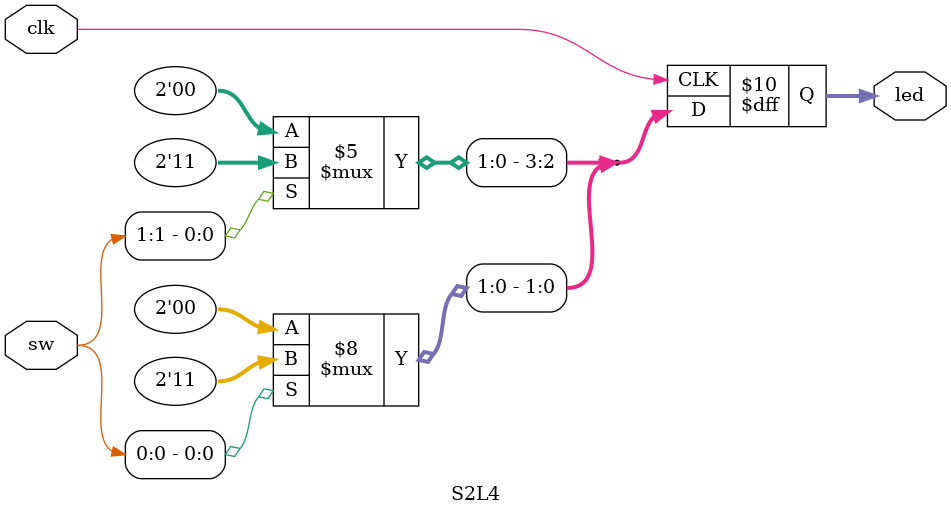
<source format=v>


`timescale 1ns/10ps

module S2L4 (
    sw,
    clk,
    led
);
// FPGA Hello world of two switchs controlling four LEDs based on
// https://timetoexplore.net/blog/arty-fpga-verilog-01
// 
// Target:
//     ZYNQ 7000 Board (Arty, PYNQ-Z1, PYNQ-Z2) with at least 2 
//     switchs and 4 leds
// 
// 
// Input:
//     sw(2bitVec):switch input from PYNQ-Z1/2 (ect.)
//     clk(bool): clock input    
// Ouput:
//     led(4bitVec): led output to PYNQ-Z1/2 (ect.)
//     

input [1:0] sw;
input clk;
output [3:0] led;
reg [3:0] led;




always @(posedge clk) begin: S2L4_LOGIC
    if ((sw[0] == 0)) begin
        led[2-1:0] <= 0;
    end
    else begin
        led[2-1:0] <= 3;
    end
    if ((sw[1] == 0)) begin
        led[4-1:2] <= 0;
    end
    else begin
        led[4-1:2] <= 3;
    end
end

endmodule

</source>
